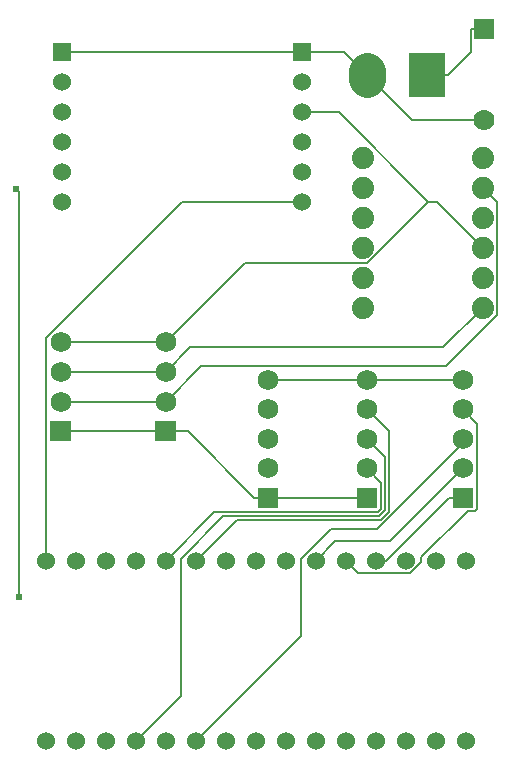
<source format=gbl>
G04 Layer: BottomLayer*
G04 EasyEDA v6.4.5, 2020-09-15T20:10:03+02:00*
G04 89610be28746463fae7f6a063ad526cf,a876551235204336a4c6776009a4e884,10*
G04 Gerber Generator version 0.2*
G04 Scale: 100 percent, Rotated: No, Reflected: No *
G04 Dimensions in inches *
G04 leading zeros omitted , absolute positions ,2 integer and 4 decimal *
%FSLAX24Y24*%
%MOIN*%
G90*
G70D02*

%ADD11C,0.006000*%
%ADD12C,0.008000*%
%ADD13C,0.024000*%
%ADD14R,0.124000X0.150000*%
%ADD15R,0.068897X0.068897*%
%ADD16C,0.068897*%
%ADD18C,0.060000*%
%ADD19C,0.074000*%
%ADD20C,0.070000*%
%ADD21R,0.070000X0.070000*%
%ADD22C,0.124000*%

%LPD*%
G54D11*
G01X1050Y7150D02*
G01X1050Y20650D01*
G01X950Y20750D01*
G01X1950Y8350D02*
G01X1950Y15765D01*
G01X6485Y20300D01*
G01X10500Y20300D01*
G01X14698Y20311D02*
G01X11710Y23300D01*
G01X10500Y23300D01*
G01X16510Y18780D02*
G01X14977Y20311D01*
G01X14698Y20311D01*
G01X14698Y20311D02*
G01X12667Y18280D01*
G01X8603Y18280D01*
G01X5950Y15626D01*
G01X2450Y15626D02*
G01X5950Y15626D01*
G01X5950Y14642D02*
G01X2450Y14642D01*
G01X5950Y14642D02*
G01X6772Y15463D01*
G01X15193Y15463D01*
G01X16510Y16780D01*
G01X5950Y13657D02*
G01X2450Y13657D01*
G01X16510Y20780D02*
G01X16984Y20305D01*
G01X16984Y16530D01*
G01X15296Y14842D01*
G01X7135Y14842D01*
G01X5950Y13657D01*
G01X11950Y8350D02*
G01X12363Y7936D01*
G01X14090Y7936D01*
G01X14464Y8309D01*
G01X14464Y8459D01*
G01X16009Y10003D01*
G01X16268Y10003D01*
G01X16332Y10069D01*
G01X16332Y12919D01*
G01X15850Y13403D01*
G01X15850Y12417D02*
G01X15850Y12280D01*
G01X12981Y9411D01*
G01X11451Y9411D01*
G01X10450Y8409D01*
G01X10450Y5850D01*
G01X6950Y2350D01*
G01X10950Y8350D02*
G01X11593Y8992D01*
G01X13409Y8992D01*
G01X15850Y11434D01*
G01X12650Y13403D02*
G01X13376Y12676D01*
G01X13376Y9978D01*
G01X13121Y9721D01*
G01X8322Y9721D01*
G01X6950Y8350D01*
G01X12650Y12417D02*
G01X13255Y11813D01*
G01X13255Y10028D01*
G01X13069Y9844D01*
G01X7871Y9844D01*
G01X6450Y8423D01*
G01X6450Y3850D01*
G01X4950Y2350D01*
G01X5950Y8350D02*
G01X7564Y9965D01*
G01X13019Y9965D01*
G01X13132Y10078D01*
G01X13132Y10951D01*
G01X12650Y11434D01*
G01X16109Y26075D02*
G01X16109Y25298D01*
G01X15360Y24550D01*
G01X16550Y26075D02*
G01X16109Y26075D01*
G01X14650Y24550D02*
G01X15360Y24550D01*
G01X15850Y14386D02*
G01X12650Y14386D01*
G01X12650Y14386D02*
G01X9350Y14386D01*
G54D12*
G01X16550Y23025D02*
G01X14175Y23025D01*
G01X12650Y24550D01*
G01X10500Y25300D02*
G01X11900Y25300D01*
G01X12650Y24550D01*
G01X10500Y25300D02*
G01X10100Y25300D01*
G01X2500Y25300D02*
G01X10100Y25300D01*
G01X2450Y12673D02*
G01X5950Y12673D01*
G01X15850Y10450D02*
G01X15389Y10450D01*
G01X13289Y8350D01*
G01X12950Y8350D01*
G01X12650Y10450D02*
G01X9350Y10450D01*
G01X8905Y10450D02*
G01X6681Y12673D01*
G01X5950Y12673D01*
G01X9350Y10450D02*
G01X8905Y10450D01*
G54D14*
G01X14650Y24550D03*
G54D15*
G01X9350Y10450D03*
G54D16*
G01X9350Y11434D03*
G01X9350Y12418D03*
G01X9350Y13402D03*
G01X9350Y14386D03*
G54D15*
G01X12650Y10450D03*
G54D16*
G01X12650Y11434D03*
G01X12650Y12418D03*
G01X12650Y13402D03*
G01X12650Y14386D03*
G54D15*
G01X15850Y10450D03*
G54D16*
G01X15850Y11434D03*
G01X15850Y12418D03*
G01X15850Y13402D03*
G01X15850Y14386D03*
G36*
G01X2105Y12329D02*
G01X2105Y13017D01*
G01X2794Y13017D01*
G01X2794Y12329D01*
G01X2105Y12329D01*
G37*
G01X2450Y13657D03*
G01X2450Y14642D03*
G01X2450Y15626D03*
G36*
G01X5606Y12329D02*
G01X5606Y13017D01*
G01X6293Y13017D01*
G01X6293Y12329D01*
G01X5606Y12329D01*
G37*
G01X5950Y13657D03*
G01X5950Y14642D03*
G01X5950Y15626D03*
G36*
G01X2200Y25600D02*
G01X2800Y25600D01*
G01X2800Y25000D01*
G01X2200Y25000D01*
G01X2200Y25600D01*
G37*
G54D18*
G01X2500Y24300D03*
G01X2500Y23300D03*
G01X2500Y22300D03*
G01X2500Y21300D03*
G01X2500Y20300D03*
G36*
G01X10200Y25600D02*
G01X10800Y25600D01*
G01X10800Y25000D01*
G01X10200Y25000D01*
G01X10200Y25600D01*
G37*
G01X10500Y24300D03*
G01X10500Y23300D03*
G01X10500Y22300D03*
G01X10500Y21300D03*
G01X10500Y20300D03*
G54D19*
G01X12510Y16780D03*
G01X12510Y17780D03*
G01X12510Y18780D03*
G01X12510Y19780D03*
G01X12510Y20780D03*
G01X12510Y21780D03*
G01X16510Y21780D03*
G01X16510Y20780D03*
G01X16510Y19780D03*
G01X16510Y18780D03*
G01X16510Y17780D03*
G01X16510Y16780D03*
G54D18*
G01X15950Y8350D03*
G01X14950Y8350D03*
G01X13950Y8350D03*
G01X12950Y8350D03*
G01X11950Y8350D03*
G01X10950Y8350D03*
G01X9950Y8350D03*
G01X8950Y8350D03*
G01X7950Y8350D03*
G01X6950Y8350D03*
G01X5950Y8350D03*
G01X4950Y8350D03*
G01X3950Y8350D03*
G01X2950Y8350D03*
G01X1950Y8350D03*
G01X1950Y2350D03*
G01X2950Y2350D03*
G01X3950Y2350D03*
G01X4950Y2350D03*
G01X5950Y2350D03*
G01X6950Y2350D03*
G01X7950Y2350D03*
G01X8950Y2350D03*
G01X9950Y2350D03*
G01X10950Y2350D03*
G01X11950Y2350D03*
G01X12950Y2350D03*
G01X13950Y2350D03*
G01X14950Y2350D03*
G01X15950Y2350D03*
G54D20*
G01X16550Y23025D03*
G54D21*
G01X16550Y26075D03*
G54D13*
G01X950Y20750D03*
G01X1050Y7150D03*
G54D22*
G01X12650Y24680D02*
G01X12650Y24419D01*
M00*
M02*

</source>
